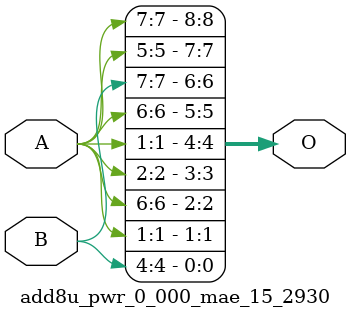
<source format=v>
/***
* This code is a part of EvoApproxLib library (ehw.fit.vutbr.cz/approxlib) distributed under The MIT License.
* When used, please cite the following article(s):  
* This file contains a circuit from a sub-set of pareto optimal circuits with respect to the pwr and mae parameters
***/

// bdd_sift/bw_8/conf_core_0_mae_000103/run.00000.chr
module add8u_pwr_0_000_mae_15_2930(A, B, O);
  input [7:0] A, B;
  output [8:0] O;
  assign O[1] = A[1];
  assign O[5] = A[6];
  assign O[0] = B[4]; // default output
  assign O[2] = A[6]; // default output
  assign O[3] = A[2]; // default output
  assign O[4] = O[1]; // default output
  assign O[6] = B[7]; // default output
  assign O[7] = A[5]; // default output
  assign O[8] = A[7]; // default output
endmodule


// internal reference: cgp-add-bdd.08.add8u_pwr_0_000_mae_15_2930


</source>
